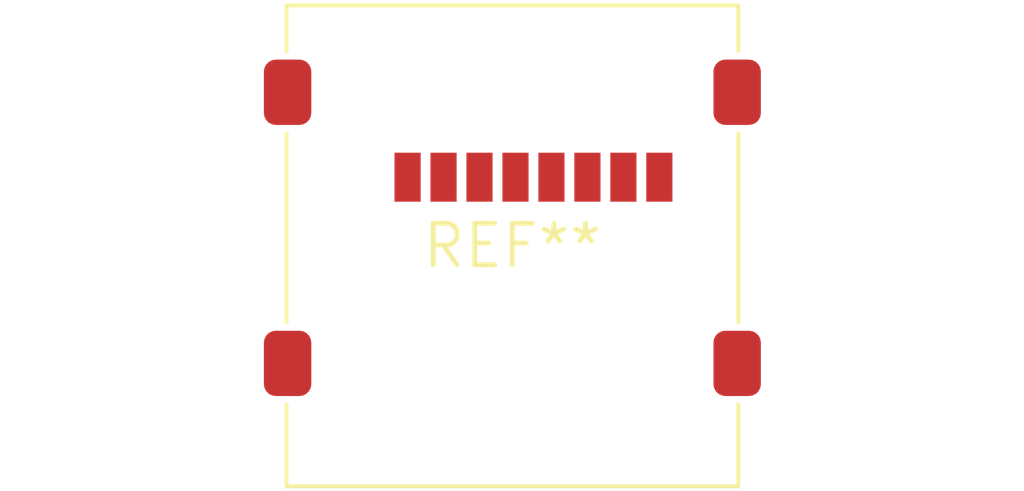
<source format=kicad_pcb>
(kicad_pcb (version 20240108) (generator pcbnew)
  (layers (0 "F.Cu" signal) (31 "B.Cu" signal) (34 "B.Paste" user) (35 "F.Paste" user) (36 "B.SilkS" user "B.Silkscreen") (37 "F.SilkS" user "F.Silkscreen") (38 "B.Mask" user) (39 "F.Mask" user) (44 "Edge.Cuts" user))
  (net 0 "")
  (footprint "microSD_HC_Molex_47219-2001" (layer "F.Cu") (at 0 0)
    (property "Reference" "REF**")
    (property "Value" "microSD_HC_Molex_47219-2001")
    (fp_line (start -6.91 -7.36) (end -6.91 -5.96) (layer "F.SilkS") (stroke (width 0.12)))
    (fp_line (start -6.91 -7.36) (end 6.91 -7.36) (layer "F.SilkS") (stroke (width 0.12)))
    (fp_line (start -6.91 2.34) (end -6.91 -3.44) (layer "F.SilkS") (stroke (width 0.12)))
    (fp_line (start -6.91 4.86) (end -6.91 7.36) (layer "F.SilkS") (stroke (width 0.12)))
    (fp_line (start -6.91 7.36) (end 6.91 7.36) (layer "F.SilkS") (stroke (width 0.12)))
    (fp_line (start 6.91 -7.36) (end 6.91 -5.96) (layer "F.SilkS") (stroke (width 0.12)))
    (fp_line (start 6.91 -3.44) (end 6.91 2.34) (layer "F.SilkS") (stroke (width 0.12)))
    (fp_line (start 6.91 4.86) (end 6.91 7.36) (layer "F.SilkS") (stroke (width 0.12)))
    (pad "1" smd rect (at -3.205 -2.1) (size 0.8 1.5) (layers "F.Cu" "F.Paste" "F.Mask"))
    (pad "2" smd rect (at -2.105 -2.1) (size 0.8 1.5) (layers "F.Cu" "F.Paste" "F.Mask"))
    (pad "3" smd rect (at -1.005 -2.1) (size 0.8 1.5) (layers "F.Cu" "F.Paste" "F.Mask"))
    (pad "4" smd rect (at 0.095 -2.1) (size 0.8 1.5) (layers "F.Cu" "F.Paste" "F.Mask"))
    (pad "5" smd rect (at 1.195 -2.1) (size 0.8 1.5) (layers "F.Cu" "F.Paste" "F.Mask"))
    (pad "6" smd rect (at 2.295 -2.1) (size 0.8 1.5) (layers "F.Cu" "F.Paste" "F.Mask"))
    (pad "7" smd rect (at 3.395 -2.1) (size 0.8 1.5) (layers "F.Cu" "F.Paste" "F.Mask"))
    (pad "8" smd rect (at 4.495 -2.1) (size 0.8 1.5) (layers "F.Cu" "F.Paste" "F.Mask"))
    (pad "9" smd roundrect (at -6.875 -4.7) (size 1.45 2) (layers "F.Cu" "F.Paste" "F.Mask"))
    (pad "9" smd roundrect (at -6.875 3.6) (size 1.45 2) (layers "F.Cu" "F.Paste" "F.Mask"))
    (pad "9" smd roundrect (at 6.875 -4.7) (size 1.45 2) (layers "F.Cu" "F.Paste" "F.Mask"))
    (pad "9" smd roundrect (at 6.875 3.6) (size 1.45 2) (layers "F.Cu" "F.Paste" "F.Mask"))
  )
)
</source>
